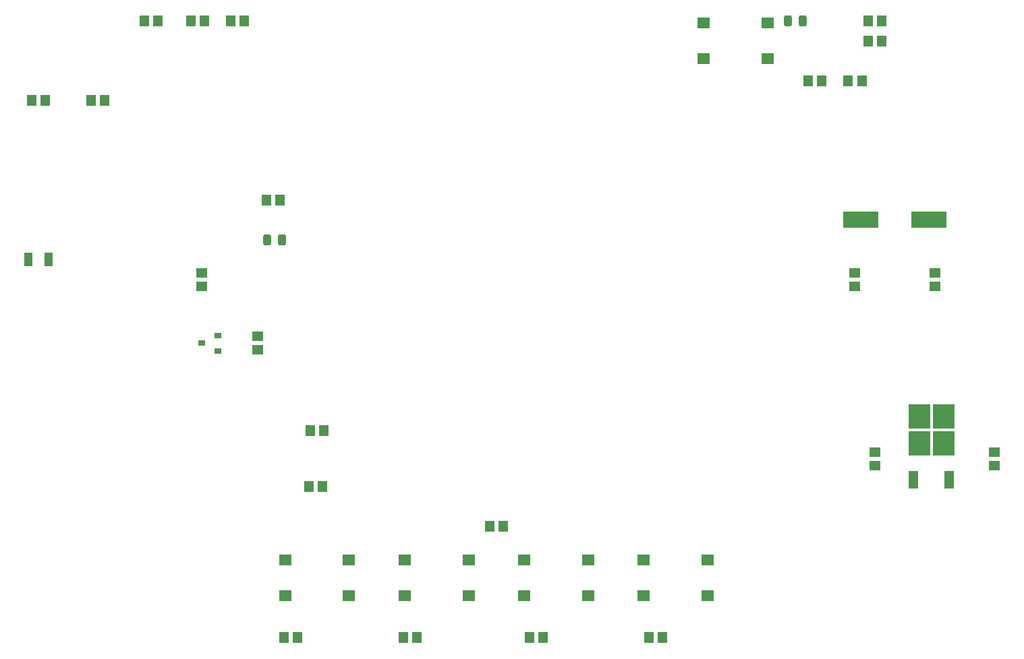
<source format=gbr>
%TF.GenerationSoftware,KiCad,Pcbnew,(6.0.5-0)*%
%TF.CreationDate,2022-07-19T21:11:46-04:00*%
%TF.ProjectId,raaid_clock_final,72616169-645f-4636-9c6f-636b5f66696e,rev?*%
%TF.SameCoordinates,PX4c4b400PY8a48640*%
%TF.FileFunction,Paste,Top*%
%TF.FilePolarity,Positive*%
%FSLAX46Y46*%
G04 Gerber Fmt 4.6, Leading zero omitted, Abs format (unit mm)*
G04 Created by KiCad (PCBNEW (6.0.5-0)) date 2022-07-19 21:11:46*
%MOMM*%
%LPD*%
G01*
G04 APERTURE LIST*
G04 Aperture macros list*
%AMRoundRect*
0 Rectangle with rounded corners*
0 $1 Rounding radius*
0 $2 $3 $4 $5 $6 $7 $8 $9 X,Y pos of 4 corners*
0 Add a 4 corners polygon primitive as box body*
4,1,4,$2,$3,$4,$5,$6,$7,$8,$9,$2,$3,0*
0 Add four circle primitives for the rounded corners*
1,1,$1+$1,$2,$3*
1,1,$1+$1,$4,$5*
1,1,$1+$1,$6,$7*
1,1,$1+$1,$8,$9*
0 Add four rect primitives between the rounded corners*
20,1,$1+$1,$2,$3,$4,$5,0*
20,1,$1+$1,$4,$5,$6,$7,0*
20,1,$1+$1,$6,$7,$8,$9,0*
20,1,$1+$1,$8,$9,$2,$3,0*%
G04 Aperture macros list end*
%ADD10R,1.150000X1.400000*%
%ADD11R,1.600000X1.400000*%
%ADD12R,1.400000X1.150000*%
%ADD13RoundRect,0.243750X-0.243750X-0.456250X0.243750X-0.456250X0.243750X0.456250X-0.243750X0.456250X0*%
%ADD14R,4.500000X2.000000*%
%ADD15R,0.900000X0.800000*%
%ADD16R,1.000000X1.800000*%
%ADD17R,2.750000X3.050000*%
%ADD18R,1.200000X2.200000*%
G04 APERTURE END LIST*
D10*
%TO.C,R9*%
X45000000Y5000000D03*
X43300000Y5000000D03*
%TD*%
%TO.C,C8*%
X46450000Y24000000D03*
X48150000Y24000000D03*
%TD*%
%TO.C,C9*%
X46650000Y31000000D03*
X48350000Y31000000D03*
%TD*%
%TO.C,C1*%
X115850000Y75000000D03*
X114150000Y75000000D03*
%TD*%
%TO.C,R12*%
X90850000Y5000000D03*
X89150000Y5000000D03*
%TD*%
%TO.C,R8*%
X41150000Y60000000D03*
X42850000Y60000000D03*
%TD*%
%TO.C,C3*%
X27500000Y82500000D03*
X25800000Y82500000D03*
%TD*%
%TO.C,R1*%
X118350000Y82500000D03*
X116650000Y82500000D03*
%TD*%
D11*
%TO.C,SW2*%
X43500000Y14750000D03*
X51500000Y14750000D03*
X43500000Y10250000D03*
X51500000Y10250000D03*
%TD*%
%TO.C,SW4*%
X73500000Y14750000D03*
X81500000Y14750000D03*
X73500000Y10250000D03*
X81500000Y10250000D03*
%TD*%
D12*
%TO.C,C4*%
X115000000Y50850000D03*
X115000000Y49150000D03*
%TD*%
D13*
%TO.C,D2*%
X41212500Y55000000D03*
X43087500Y55000000D03*
%TD*%
D11*
%TO.C,SW1*%
X96000000Y82250000D03*
X104000000Y82250000D03*
X96000000Y77750000D03*
X104000000Y77750000D03*
%TD*%
D12*
%TO.C,R13*%
X33000000Y50850000D03*
X33000000Y49150000D03*
%TD*%
%TO.C,C6*%
X117500000Y26650000D03*
X117500000Y28350000D03*
%TD*%
D10*
%TO.C,R3*%
X31650000Y82500000D03*
X33350000Y82500000D03*
%TD*%
D14*
%TO.C,Y1*%
X124250000Y57500000D03*
X115750000Y57500000D03*
%TD*%
D10*
%TO.C,R7*%
X70850000Y19000000D03*
X69150000Y19000000D03*
%TD*%
D11*
%TO.C,SW5*%
X88500000Y14750000D03*
X96500000Y14750000D03*
X88500000Y10250000D03*
X96500000Y10250000D03*
%TD*%
D10*
%TO.C,R4*%
X36650000Y82500000D03*
X38350000Y82500000D03*
%TD*%
%TO.C,R10*%
X60000000Y5000000D03*
X58300000Y5000000D03*
%TD*%
D12*
%TO.C,C7*%
X132500000Y26650000D03*
X132500000Y28350000D03*
%TD*%
D13*
%TO.C,D1*%
X106562500Y82500000D03*
X108437500Y82500000D03*
%TD*%
D10*
%TO.C,R6*%
X19150000Y72500000D03*
X20850000Y72500000D03*
%TD*%
%TO.C,R11*%
X75850000Y5000000D03*
X74150000Y5000000D03*
%TD*%
%TO.C,R2*%
X116650000Y80000000D03*
X118350000Y80000000D03*
%TD*%
D15*
%TO.C,Q1*%
X35000000Y41050000D03*
X35000000Y42950000D03*
X33000000Y42000000D03*
%TD*%
D16*
%TO.C,Y2*%
X11250000Y52500000D03*
X13750000Y52500000D03*
%TD*%
D17*
%TO.C,U2*%
X123050000Y32800000D03*
X123050000Y29450000D03*
X126100000Y29450000D03*
X126100000Y32800000D03*
D18*
X122295000Y24825000D03*
X126855000Y24825000D03*
%TD*%
D10*
%TO.C,C2*%
X110850000Y75000000D03*
X109150000Y75000000D03*
%TD*%
D12*
%TO.C,R14*%
X40000000Y42850000D03*
X40000000Y41150000D03*
%TD*%
D11*
%TO.C,SW3*%
X58500000Y14750000D03*
X66500000Y14750000D03*
X58500000Y10250000D03*
X66500000Y10250000D03*
%TD*%
D12*
%TO.C,C5*%
X125000000Y50850000D03*
X125000000Y49150000D03*
%TD*%
D10*
%TO.C,R5*%
X11650000Y72500000D03*
X13350000Y72500000D03*
%TD*%
M02*

</source>
